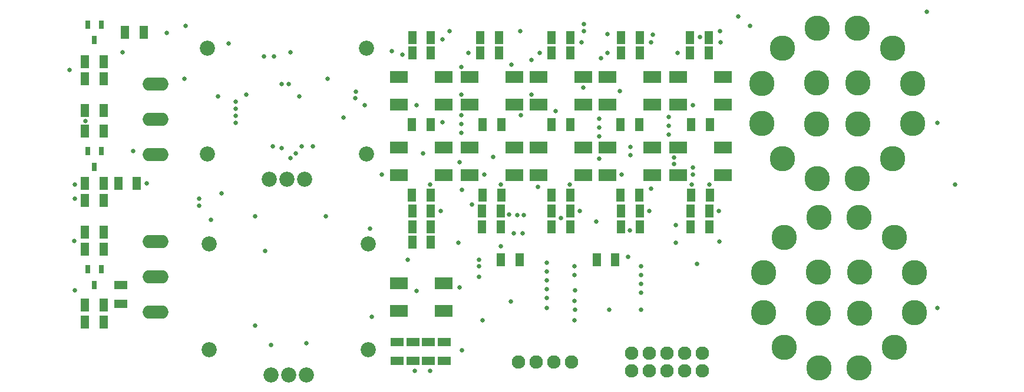
<source format=gts>
G04 Layer_Color=8388736*
%FSAX24Y24*%
%MOIN*%
G70*
G01*
G75*
%ADD29R,0.1044X0.0651*%
%ADD30R,0.0493X0.0729*%
%ADD31R,0.0729X0.0493*%
%ADD32R,0.0296X0.0513*%
%ADD33O,0.1460X0.0760*%
%ADD34C,0.0860*%
%ADD35C,0.0760*%
%ADD36C,0.0060*%
%ADD37C,0.1438*%
%ADD38C,0.0260*%
D29*
X025660Y-005487D02*
D03*
X023140D02*
D03*
X025660Y-003913D02*
D03*
X023140D02*
D03*
X027140D02*
D03*
X029660D02*
D03*
X027140Y-005487D02*
D03*
X029660D02*
D03*
X033560D02*
D03*
X031040D02*
D03*
X033560Y-003913D02*
D03*
X031040D02*
D03*
X034940D02*
D03*
X037460D02*
D03*
X034940Y-005487D02*
D03*
X037460D02*
D03*
X041460D02*
D03*
X038940D02*
D03*
X041460Y-003913D02*
D03*
X038940D02*
D03*
X023140Y-007913D02*
D03*
X025660D02*
D03*
X023140Y-009487D02*
D03*
X025660D02*
D03*
X029660D02*
D03*
X027140D02*
D03*
X029660Y-007913D02*
D03*
X027140D02*
D03*
X031040D02*
D03*
X033560D02*
D03*
X031040Y-009487D02*
D03*
X033560D02*
D03*
X034940Y-007913D02*
D03*
X037460D02*
D03*
X034940Y-009487D02*
D03*
X037460D02*
D03*
X038940Y-007913D02*
D03*
X041460D02*
D03*
X038940Y-009487D02*
D03*
X041460D02*
D03*
X025660Y-017187D02*
D03*
X023140D02*
D03*
X025660Y-015613D02*
D03*
X023140D02*
D03*
D30*
X027717Y-001673D02*
D03*
X028780D02*
D03*
X035689D02*
D03*
X036752D02*
D03*
X028780Y-002559D02*
D03*
X027717D02*
D03*
X036752D02*
D03*
X035689D02*
D03*
X008701Y-001378D02*
D03*
X007638D02*
D03*
X029961Y-014272D02*
D03*
X028898D02*
D03*
X035374D02*
D03*
X034311D02*
D03*
X006437Y-003051D02*
D03*
X005374D02*
D03*
X006437Y-013681D02*
D03*
X005374D02*
D03*
X006437Y-012697D02*
D03*
X005374D02*
D03*
X006437Y-009941D02*
D03*
X005374D02*
D03*
X008307D02*
D03*
X007244D02*
D03*
X006437Y-016831D02*
D03*
X005374D02*
D03*
X006437Y-006988D02*
D03*
X005374D02*
D03*
X006437Y-005807D02*
D03*
X005374D02*
D03*
X024941Y-002559D02*
D03*
X023878D02*
D03*
X039626Y-012402D02*
D03*
X040689D02*
D03*
X023878Y-011516D02*
D03*
X024941D02*
D03*
X039606Y-001673D02*
D03*
X040669D02*
D03*
X024941Y-013287D02*
D03*
X023878D02*
D03*
Y-001673D02*
D03*
X024941D02*
D03*
X032815Y-002559D02*
D03*
X031752D02*
D03*
Y-001673D02*
D03*
X032815D02*
D03*
X040669Y-002559D02*
D03*
X039606D02*
D03*
X023878Y-012402D02*
D03*
X024941D02*
D03*
X027815Y-011516D02*
D03*
X028878D02*
D03*
X027815Y-012402D02*
D03*
X028878D02*
D03*
X031752Y-011516D02*
D03*
X032815D02*
D03*
X031752Y-012402D02*
D03*
X032815D02*
D03*
X035689Y-011516D02*
D03*
X036752D02*
D03*
X035689Y-012402D02*
D03*
X036752D02*
D03*
X039626Y-011516D02*
D03*
X040689D02*
D03*
X039669Y-010600D02*
D03*
X040732D02*
D03*
X035668D02*
D03*
X036732D02*
D03*
X031769D02*
D03*
X032831D02*
D03*
X027868D02*
D03*
X028932D02*
D03*
X023869D02*
D03*
X024931D02*
D03*
X039669Y-006600D02*
D03*
X040732D02*
D03*
X035668D02*
D03*
X036732D02*
D03*
X031769D02*
D03*
X032831D02*
D03*
X027868D02*
D03*
X028932D02*
D03*
X023869D02*
D03*
X024931D02*
D03*
X005368Y-017800D02*
D03*
X006431D02*
D03*
Y-010900D02*
D03*
X005368D02*
D03*
X006431Y-004000D02*
D03*
X005368D02*
D03*
D31*
X023031Y-020020D02*
D03*
Y-018957D02*
D03*
X024803D02*
D03*
Y-020020D02*
D03*
X023917D02*
D03*
Y-018957D02*
D03*
X025689D02*
D03*
Y-020020D02*
D03*
X007382Y-016772D02*
D03*
Y-015709D02*
D03*
D32*
X006280Y-000935D02*
D03*
X005531D02*
D03*
X005906Y-001821D02*
D03*
X006280Y-008120D02*
D03*
X005531D02*
D03*
X005906Y-009006D02*
D03*
X006280Y-014813D02*
D03*
X005531D02*
D03*
X005906Y-015699D02*
D03*
D33*
X009350Y-004299D02*
D03*
Y-006299D02*
D03*
Y-008299D02*
D03*
Y-013256D02*
D03*
Y-015256D02*
D03*
Y-017256D02*
D03*
D34*
X012303Y-002268D02*
D03*
X021303D02*
D03*
Y-008268D02*
D03*
X012303D02*
D03*
X016803Y-009698D02*
D03*
X017803D02*
D03*
X015803D02*
D03*
X015902Y-020820D02*
D03*
X017902D02*
D03*
X016902D02*
D03*
X012402Y-019390D02*
D03*
X021402D02*
D03*
Y-013390D02*
D03*
X012402D02*
D03*
D35*
X038287Y-019579D02*
D03*
Y-020579D02*
D03*
X036287Y-019579D02*
D03*
Y-020579D02*
D03*
X040287Y-019579D02*
D03*
Y-020579D02*
D03*
X039287Y-019579D02*
D03*
Y-020579D02*
D03*
X037287Y-019579D02*
D03*
Y-020579D02*
D03*
X032898Y-020079D02*
D03*
X031898D02*
D03*
X030898D02*
D03*
X029898D02*
D03*
D36*
X057087Y-001969D02*
D03*
X001969D02*
D03*
Y-019685D02*
D03*
X057087D02*
D03*
D37*
X052291Y-015000D02*
D03*
X051149Y-013024D02*
D03*
X049173Y-011883D02*
D03*
X046890D02*
D03*
X044914Y-013024D02*
D03*
X043772Y-015000D02*
D03*
Y-017283D02*
D03*
X044914Y-019260D02*
D03*
X046890Y-020401D02*
D03*
X049173D02*
D03*
X051149Y-019260D02*
D03*
X052291Y-017283D02*
D03*
X049201Y-014972D02*
D03*
X046862D02*
D03*
Y-017311D02*
D03*
X049201D02*
D03*
X052192Y-004272D02*
D03*
X051051Y-002295D02*
D03*
X049074Y-001154D02*
D03*
X046792D02*
D03*
X044815Y-002295D02*
D03*
X043674Y-004272D02*
D03*
Y-006555D02*
D03*
X044815Y-008531D02*
D03*
X046792Y-009673D02*
D03*
X049074D02*
D03*
X051051Y-008531D02*
D03*
X052192Y-006555D02*
D03*
X049102Y-004244D02*
D03*
X046764D02*
D03*
Y-006583D02*
D03*
X049102D02*
D03*
D38*
X015000Y-011800D02*
D03*
X026002Y-001302D02*
D03*
X033600Y-000900D02*
D03*
Y-001300D02*
D03*
X030002Y-001302D02*
D03*
X029500Y-003200D02*
D03*
X037502Y-001502D02*
D03*
X034941Y-001470D02*
D03*
X041300Y-001300D02*
D03*
X004802Y-016002D02*
D03*
X004502Y-003502D02*
D03*
X004802Y-010002D02*
D03*
X053602Y-016998D02*
D03*
X054602Y-009998D02*
D03*
X053602Y-006498D02*
D03*
X043000Y-001000D02*
D03*
X039764Y-005506D02*
D03*
X053000Y-000200D02*
D03*
X016902Y-004302D02*
D03*
X015984Y-007848D02*
D03*
X010000Y-001400D02*
D03*
X007500Y-002500D02*
D03*
X031496Y-015939D02*
D03*
Y-015446D02*
D03*
X033563Y-004521D02*
D03*
X034449Y-006293D02*
D03*
Y-007277D02*
D03*
X038386Y-006194D02*
D03*
X039764Y-009049D02*
D03*
X038681Y-008465D02*
D03*
X036220Y-007868D02*
D03*
X034449Y-006785D02*
D03*
Y-008557D02*
D03*
X042323Y-000486D02*
D03*
X035630Y-004718D02*
D03*
X026575Y-008754D02*
D03*
X028445Y-008458D02*
D03*
X029626Y-012789D02*
D03*
X031988Y-005860D02*
D03*
X030118Y-012789D02*
D03*
X031004Y-010131D02*
D03*
X024902Y-020565D02*
D03*
X024016D02*
D03*
X023327Y-002651D02*
D03*
X024114Y-005506D02*
D03*
X025591Y-001765D02*
D03*
X034941Y-002553D02*
D03*
X037402Y-001962D02*
D03*
X033465D02*
D03*
X038878Y-002553D02*
D03*
X041339Y-001962D02*
D03*
X022146Y-009443D02*
D03*
X025492Y-011509D02*
D03*
X033366D02*
D03*
X037303D02*
D03*
X041240D02*
D03*
X035728Y-009443D02*
D03*
X023622Y-014265D02*
D03*
X011811Y-010820D02*
D03*
X026575Y-015840D02*
D03*
X011811Y-011214D02*
D03*
X024114Y-016037D02*
D03*
X031496Y-016431D02*
D03*
X027854Y-017710D02*
D03*
X027657Y-014265D02*
D03*
Y-014659D02*
D03*
Y-015250D02*
D03*
X031496Y-017021D02*
D03*
X033071Y-014659D02*
D03*
Y-015151D02*
D03*
Y-016628D02*
D03*
X033093Y-017098D02*
D03*
X033071Y-017710D02*
D03*
X035039Y-017120D02*
D03*
X036811D02*
D03*
Y-016135D02*
D03*
Y-015643D02*
D03*
Y-015151D02*
D03*
Y-014659D02*
D03*
X032283Y-011903D02*
D03*
X022736Y-002454D02*
D03*
X038386Y-007179D02*
D03*
Y-006687D02*
D03*
X034547Y-002848D02*
D03*
X031496Y-014462D02*
D03*
Y-014954D02*
D03*
X015551Y-013773D02*
D03*
X019094Y-004029D02*
D03*
X017618Y-007848D02*
D03*
X030610Y-002946D02*
D03*
X031102Y-002553D02*
D03*
X027067D02*
D03*
X008091Y-008124D02*
D03*
X016502Y-004302D02*
D03*
X013902Y-005702D02*
D03*
Y-006502D02*
D03*
Y-006102D02*
D03*
X013102Y-010502D02*
D03*
X012902Y-005002D02*
D03*
X020002Y-006202D02*
D03*
X017502Y-005002D02*
D03*
X005402Y-006402D02*
D03*
X004802Y-010802D02*
D03*
X012502Y-012002D02*
D03*
X021502Y-012502D02*
D03*
X024902Y-010002D02*
D03*
X013902Y-005302D02*
D03*
X013502Y-002002D02*
D03*
X017002Y-002502D02*
D03*
X015002Y-018002D02*
D03*
X015902Y-019102D02*
D03*
X017902Y-019002D02*
D03*
X019002Y-011802D02*
D03*
X028902Y-010002D02*
D03*
X032802D02*
D03*
X028902Y-013502D02*
D03*
X026702Y-019402D02*
D03*
X021602Y-017502D02*
D03*
X026702Y-010302D02*
D03*
X026502Y-013302D02*
D03*
X036102Y-014102D02*
D03*
X036202Y-012602D02*
D03*
X036220Y-008360D02*
D03*
X039702Y-010002D02*
D03*
X040702D02*
D03*
X033100Y-016000D02*
D03*
X038802Y-012302D02*
D03*
Y-013302D02*
D03*
X040002Y-014502D02*
D03*
X034302Y-012102D02*
D03*
X038681Y-008858D02*
D03*
X039764Y-009443D02*
D03*
X030610Y-004915D02*
D03*
X030020Y-006096D02*
D03*
X026673Y-007080D02*
D03*
X025591Y-006490D02*
D03*
X026673Y-006588D02*
D03*
Y-004915D02*
D03*
Y-003340D02*
D03*
X014500Y-004900D02*
D03*
X021200Y-005500D02*
D03*
X020669Y-005112D02*
D03*
X020700Y-004750D02*
D03*
X010999Y-004003D02*
D03*
X004750Y-013200D02*
D03*
X041250Y-013250D02*
D03*
X011050Y-001000D02*
D03*
X008858Y-009935D02*
D03*
X026673Y-006096D02*
D03*
X030200Y-011750D02*
D03*
X029811D02*
D03*
X029350Y-011700D02*
D03*
X037400Y-010250D02*
D03*
X024500Y-008250D02*
D03*
X027953Y-009443D02*
D03*
X027250Y-011150D02*
D03*
X040150Y-001650D02*
D03*
X029450Y-016650D02*
D03*
X016043Y-002743D02*
D03*
X015500Y-002750D02*
D03*
X018250Y-007850D02*
D03*
X016500Y-007950D02*
D03*
X017000Y-008500D02*
D03*
X017300Y-008250D02*
D03*
M02*

</source>
